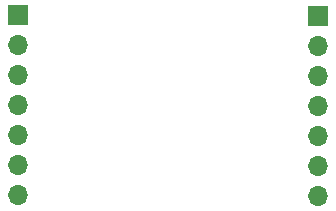
<source format=gbr>
%TF.GenerationSoftware,KiCad,Pcbnew,(5.1.9-0-10_14)*%
%TF.CreationDate,2021-02-18T15:53:41+03:00*%
%TF.ProjectId,DA14531MOD-Breakout,44413134-3533-4314-9d4f-442d42726561,rev?*%
%TF.SameCoordinates,Original*%
%TF.FileFunction,Soldermask,Bot*%
%TF.FilePolarity,Negative*%
%FSLAX46Y46*%
G04 Gerber Fmt 4.6, Leading zero omitted, Abs format (unit mm)*
G04 Created by KiCad (PCBNEW (5.1.9-0-10_14)) date 2021-02-18 15:53:41*
%MOMM*%
%LPD*%
G01*
G04 APERTURE LIST*
%ADD10O,1.700000X1.700000*%
%ADD11R,1.700000X1.700000*%
G04 APERTURE END LIST*
D10*
%TO.C,J1*%
X78300000Y-95580000D03*
X78300000Y-93040000D03*
X78300000Y-90500000D03*
X78300000Y-87960000D03*
X78300000Y-85420000D03*
X78300000Y-82880000D03*
D11*
X78300000Y-80340000D03*
%TD*%
%TO.C,J2*%
X103690000Y-80390000D03*
D10*
X103690000Y-82930000D03*
X103690000Y-85470000D03*
X103690000Y-88010000D03*
X103690000Y-90550000D03*
X103690000Y-93090000D03*
X103690000Y-95630000D03*
%TD*%
M02*

</source>
